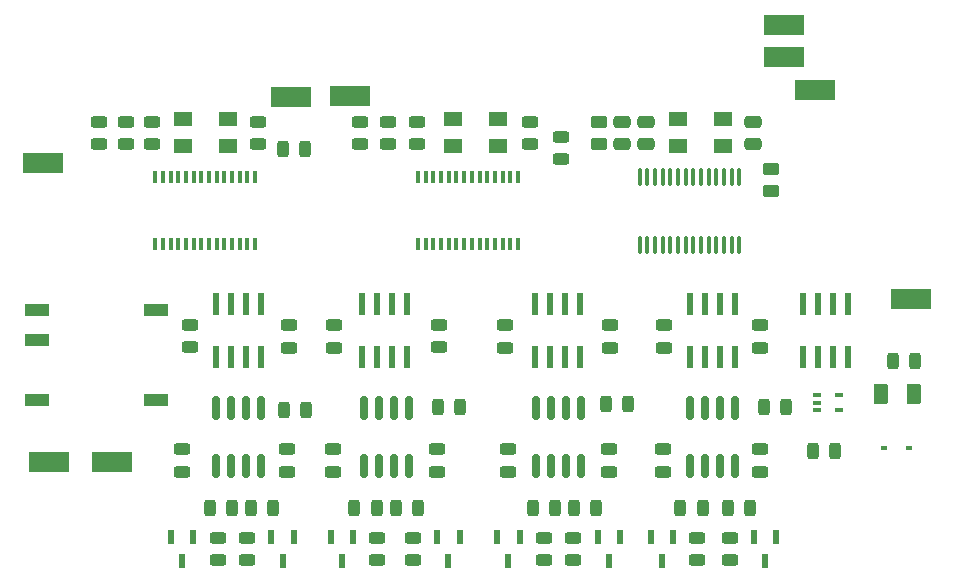
<source format=gtp>
%TF.GenerationSoftware,KiCad,Pcbnew,5.99.0-unknown-47cb7f53fd~143~ubuntu20.04.1*%
%TF.CreationDate,2021-11-23T21:15:48-08:00*%
%TF.ProjectId,acorn-serial,61636f72-6e2d-4736-9572-69616c2e6b69,rev?*%
%TF.SameCoordinates,Original*%
%TF.FileFunction,Paste,Top*%
%TF.FilePolarity,Positive*%
%FSLAX46Y46*%
G04 Gerber Fmt 4.6, Leading zero omitted, Abs format (unit mm)*
G04 Created by KiCad (PCBNEW 5.99.0-unknown-47cb7f53fd~143~ubuntu20.04.1) date 2021-11-23 21:15:48*
%MOMM*%
%LPD*%
G01*
G04 APERTURE LIST*
G04 Aperture macros list*
%AMRoundRect*
0 Rectangle with rounded corners*
0 $1 Rounding radius*
0 $2 $3 $4 $5 $6 $7 $8 $9 X,Y pos of 4 corners*
0 Add a 4 corners polygon primitive as box body*
4,1,4,$2,$3,$4,$5,$6,$7,$8,$9,$2,$3,0*
0 Add four circle primitives for the rounded corners*
1,1,$1+$1,$2,$3*
1,1,$1+$1,$4,$5*
1,1,$1+$1,$6,$7*
1,1,$1+$1,$8,$9*
0 Add four rect primitives between the rounded corners*
20,1,$1+$1,$2,$3,$4,$5,0*
20,1,$1+$1,$4,$5,$6,$7,0*
20,1,$1+$1,$6,$7,$8,$9,0*
20,1,$1+$1,$8,$9,$2,$3,0*%
G04 Aperture macros list end*
%ADD10RoundRect,0.243750X-0.243750X-0.456250X0.243750X-0.456250X0.243750X0.456250X-0.243750X0.456250X0*%
%ADD11RoundRect,0.243750X0.456250X-0.243750X0.456250X0.243750X-0.456250X0.243750X-0.456250X-0.243750X0*%
%ADD12RoundRect,0.243750X-0.456250X0.243750X-0.456250X-0.243750X0.456250X-0.243750X0.456250X0.243750X0*%
%ADD13RoundRect,0.243750X0.243750X0.456250X-0.243750X0.456250X-0.243750X-0.456250X0.243750X-0.456250X0*%
%ADD14R,3.400000X1.800000*%
%ADD15R,0.584200X1.981200*%
%ADD16R,0.600000X1.300000*%
%ADD17RoundRect,0.150000X-0.150000X0.825000X-0.150000X-0.825000X0.150000X-0.825000X0.150000X0.825000X0*%
%ADD18R,1.600000X1.300000*%
%ADD19R,0.600000X0.450000*%
%ADD20R,0.400000X1.100000*%
%ADD21RoundRect,0.250000X0.375000X0.625000X-0.375000X0.625000X-0.375000X-0.625000X0.375000X-0.625000X0*%
%ADD22RoundRect,0.100000X-0.225000X-0.100000X0.225000X-0.100000X0.225000X0.100000X-0.225000X0.100000X0*%
%ADD23RoundRect,0.100000X-0.100000X0.637500X-0.100000X-0.637500X0.100000X-0.637500X0.100000X0.637500X0*%
%ADD24RoundRect,0.250000X-0.450000X0.262500X-0.450000X-0.262500X0.450000X-0.262500X0.450000X0.262500X0*%
%ADD25RoundRect,0.250000X0.450000X-0.262500X0.450000X0.262500X-0.450000X0.262500X-0.450000X-0.262500X0*%
%ADD26R,2.100000X1.000000*%
%ADD27RoundRect,0.250000X0.475000X-0.250000X0.475000X0.250000X-0.475000X0.250000X-0.475000X-0.250000X0*%
%ADD28RoundRect,0.250000X-0.475000X0.250000X-0.475000X-0.250000X0.475000X-0.250000X0.475000X0.250000X0*%
G04 APERTURE END LIST*
D10*
X175962500Y-97350000D03*
X177837500Y-97350000D03*
D11*
X128053000Y-106577500D03*
X128053000Y-104702500D03*
D10*
X171800500Y-93640000D03*
X173675500Y-93640000D03*
D12*
X117800000Y-69462500D03*
X117800000Y-71337500D03*
D13*
X133037500Y-93850000D03*
X131162500Y-93850000D03*
D14*
X173500000Y-64000000D03*
X136800000Y-67300000D03*
X184250000Y-84500000D03*
D15*
X141623000Y-84930200D03*
X140353000Y-84930200D03*
X139083000Y-84930200D03*
X137813000Y-84930200D03*
X137813000Y-89349800D03*
X139083000Y-89349800D03*
X140353000Y-89349800D03*
X141623000Y-89349800D03*
D13*
X146062500Y-93640000D03*
X144187500Y-93640000D03*
D14*
X176100000Y-66750000D03*
D11*
X131463000Y-99077500D03*
X131463000Y-97202500D03*
D16*
X164118000Y-104590000D03*
X162218000Y-104590000D03*
X163168000Y-106690000D03*
D17*
X156333000Y-93665000D03*
X155063000Y-93665000D03*
X153793000Y-93665000D03*
X152523000Y-93665000D03*
X152523000Y-98615000D03*
X153793000Y-98615000D03*
X155063000Y-98615000D03*
X156333000Y-98615000D03*
D18*
X122600000Y-71550000D03*
X126400000Y-71550000D03*
X126400000Y-69250000D03*
X122600000Y-69250000D03*
D16*
X123503000Y-104590000D03*
X121603000Y-104590000D03*
X122553000Y-106690000D03*
D12*
X150178000Y-97202500D03*
X150178000Y-99077500D03*
D13*
X184587500Y-89700000D03*
X182712500Y-89700000D03*
D11*
X125553000Y-106577500D03*
X125553000Y-104702500D03*
X155678000Y-106577500D03*
X155678000Y-104702500D03*
X153178000Y-106577500D03*
X153178000Y-104702500D03*
D16*
X146038000Y-104590000D03*
X144138000Y-104590000D03*
X145088000Y-106690000D03*
X151128000Y-104590000D03*
X149228000Y-104590000D03*
X150178000Y-106690000D03*
D11*
X154600000Y-72637500D03*
X154600000Y-70762500D03*
D10*
X140630500Y-102140000D03*
X142505500Y-102140000D03*
D14*
X110750000Y-72928000D03*
D10*
X152240500Y-102140000D03*
X154115500Y-102140000D03*
D11*
X171450000Y-88577500D03*
X171450000Y-86702500D03*
D16*
X159628000Y-104590000D03*
X157728000Y-104590000D03*
X158678000Y-106690000D03*
D19*
X184050000Y-97100000D03*
X181950000Y-97100000D03*
D11*
X135382000Y-88577500D03*
X135382000Y-86702500D03*
D16*
X137038000Y-104590000D03*
X135138000Y-104590000D03*
X136088000Y-106690000D03*
D11*
X144272000Y-88567500D03*
X144272000Y-86692500D03*
X152000000Y-71337500D03*
X152000000Y-69462500D03*
X142088000Y-106577500D03*
X142088000Y-104702500D03*
X144163000Y-99077500D03*
X144163000Y-97202500D03*
D12*
X115500000Y-69462500D03*
X115500000Y-71337500D03*
D11*
X120000000Y-71337500D03*
X120000000Y-69462500D03*
D10*
X124865500Y-102140000D03*
X126740500Y-102140000D03*
X168730500Y-102140000D03*
X170605500Y-102140000D03*
D20*
X128725000Y-74150000D03*
X128075000Y-74150000D03*
X127425000Y-74150000D03*
X126775000Y-74150000D03*
X126125000Y-74150000D03*
X125475000Y-74150000D03*
X124825000Y-74150000D03*
X124175000Y-74150000D03*
X123525000Y-74150000D03*
X122875000Y-74150000D03*
X122225000Y-74150000D03*
X121575000Y-74150000D03*
X120925000Y-74150000D03*
X120275000Y-74150000D03*
X120275000Y-79850000D03*
X120925000Y-79850000D03*
X121575000Y-79850000D03*
X122225000Y-79850000D03*
X122875000Y-79850000D03*
X123525000Y-79850000D03*
X124175000Y-79850000D03*
X124825000Y-79850000D03*
X125475000Y-79850000D03*
X126125000Y-79850000D03*
X126775000Y-79850000D03*
X127425000Y-79850000D03*
X128075000Y-79850000D03*
X128725000Y-79850000D03*
D15*
X169323000Y-84930200D03*
X168053000Y-84930200D03*
X166783000Y-84930200D03*
X165513000Y-84930200D03*
X165513000Y-89349800D03*
X166783000Y-89349800D03*
X168053000Y-89349800D03*
X169323000Y-89349800D03*
D10*
X158412500Y-93350000D03*
X160287500Y-93350000D03*
X137130500Y-102140000D03*
X139005500Y-102140000D03*
D15*
X178961000Y-84930200D03*
X177691000Y-84930200D03*
X176421000Y-84930200D03*
X175151000Y-84930200D03*
X175151000Y-89349800D03*
X176421000Y-89349800D03*
X177691000Y-89349800D03*
X178961000Y-89349800D03*
D12*
X137600000Y-69462500D03*
X137600000Y-71337500D03*
D17*
X129208000Y-93665000D03*
X127938000Y-93665000D03*
X126668000Y-93665000D03*
X125398000Y-93665000D03*
X125398000Y-98615000D03*
X126668000Y-98615000D03*
X127938000Y-98615000D03*
X129208000Y-98615000D03*
D16*
X132003000Y-104590000D03*
X130103000Y-104590000D03*
X131053000Y-106690000D03*
D15*
X156263000Y-84930200D03*
X154993000Y-84930200D03*
X153723000Y-84930200D03*
X152453000Y-84930200D03*
X152453000Y-89349800D03*
X153723000Y-89349800D03*
X154993000Y-89349800D03*
X156263000Y-89349800D03*
D11*
X142396000Y-71337500D03*
X142396000Y-69462500D03*
D10*
X155740500Y-102140000D03*
X157615500Y-102140000D03*
D11*
X129000000Y-71337500D03*
X129000000Y-69462500D03*
D10*
X164730500Y-102140000D03*
X166605500Y-102140000D03*
X128365500Y-102140000D03*
X130240500Y-102140000D03*
D18*
X145522000Y-71550000D03*
X149322000Y-71550000D03*
X149322000Y-69250000D03*
X145522000Y-69250000D03*
D12*
X122573000Y-97202500D03*
X122573000Y-99077500D03*
D11*
X158750000Y-88577500D03*
X158750000Y-86702500D03*
D10*
X131046500Y-71752000D03*
X132921500Y-71752000D03*
D12*
X163268000Y-97202500D03*
X163268000Y-99077500D03*
D11*
X149860000Y-88577500D03*
X149860000Y-86702500D03*
D12*
X140000000Y-69462500D03*
X140000000Y-71337500D03*
D21*
X184500000Y-92500000D03*
X181700000Y-92500000D03*
D15*
X129208000Y-84930200D03*
X127938000Y-84930200D03*
X126668000Y-84930200D03*
X125398000Y-84930200D03*
X125398000Y-89349800D03*
X126668000Y-89349800D03*
X127938000Y-89349800D03*
X129208000Y-89349800D03*
D20*
X150975000Y-74150000D03*
X150325000Y-74150000D03*
X149675000Y-74150000D03*
X149025000Y-74150000D03*
X148375000Y-74150000D03*
X147725000Y-74150000D03*
X147075000Y-74150000D03*
X146425000Y-74150000D03*
X145775000Y-74150000D03*
X145125000Y-74150000D03*
X144475000Y-74150000D03*
X143825000Y-74150000D03*
X143175000Y-74150000D03*
X142525000Y-74150000D03*
X142525000Y-79850000D03*
X143175000Y-79850000D03*
X143825000Y-79850000D03*
X144475000Y-79850000D03*
X145125000Y-79850000D03*
X145775000Y-79850000D03*
X146425000Y-79850000D03*
X147075000Y-79850000D03*
X147725000Y-79850000D03*
X148375000Y-79850000D03*
X149025000Y-79850000D03*
X149675000Y-79850000D03*
X150325000Y-79850000D03*
X150975000Y-79850000D03*
D16*
X172868000Y-104590000D03*
X170968000Y-104590000D03*
X171918000Y-106690000D03*
D14*
X131800000Y-67400000D03*
D11*
X131572000Y-88577500D03*
X131572000Y-86702500D03*
X171468000Y-99077500D03*
X171468000Y-97202500D03*
D14*
X173500000Y-61250000D03*
D11*
X166168000Y-106577500D03*
X166168000Y-104702500D03*
X168918000Y-106577500D03*
X168918000Y-104702500D03*
X123190000Y-88567500D03*
X123190000Y-86692500D03*
D12*
X135318000Y-97202500D03*
X135318000Y-99077500D03*
D17*
X141723000Y-93665000D03*
X140453000Y-93665000D03*
X139183000Y-93665000D03*
X137913000Y-93665000D03*
X137913000Y-98615000D03*
X139183000Y-98615000D03*
X140453000Y-98615000D03*
X141723000Y-98615000D03*
D11*
X158678000Y-99077500D03*
X158678000Y-97202500D03*
X163322000Y-88577500D03*
X163322000Y-86702500D03*
D17*
X169323000Y-93665000D03*
X168053000Y-93665000D03*
X166783000Y-93665000D03*
X165513000Y-93665000D03*
X165513000Y-98615000D03*
X166783000Y-98615000D03*
X168053000Y-98615000D03*
X169323000Y-98615000D03*
D11*
X139088000Y-106577500D03*
X139088000Y-104702500D03*
D22*
X176300000Y-92600000D03*
X176300000Y-93250000D03*
X176300000Y-93900000D03*
X178200000Y-93900000D03*
X178200000Y-92600000D03*
D23*
X169725000Y-74137500D03*
X169075000Y-74137500D03*
X168425000Y-74137500D03*
X167775000Y-74137500D03*
X167125000Y-74137500D03*
X166475000Y-74137500D03*
X165825000Y-74137500D03*
X165175000Y-74137500D03*
X164525000Y-74137500D03*
X163875000Y-74137500D03*
X163225000Y-74137500D03*
X162575000Y-74137500D03*
X161925000Y-74137500D03*
X161275000Y-74137500D03*
X161275000Y-79862500D03*
X161925000Y-79862500D03*
X162575000Y-79862500D03*
X163225000Y-79862500D03*
X163875000Y-79862500D03*
X164525000Y-79862500D03*
X165175000Y-79862500D03*
X165825000Y-79862500D03*
X166475000Y-79862500D03*
X167125000Y-79862500D03*
X167775000Y-79862500D03*
X168425000Y-79862500D03*
X169075000Y-79862500D03*
X169725000Y-79862500D03*
D14*
X116586000Y-98312000D03*
D24*
X157800000Y-69487500D03*
X157800000Y-71312500D03*
D25*
X172400000Y-75312500D03*
X172400000Y-73487500D03*
D26*
X110250000Y-85440000D03*
X110250000Y-87980000D03*
X110250000Y-93060000D03*
X120350000Y-93060000D03*
X120350000Y-85440000D03*
D14*
X111236000Y-98312000D03*
D27*
X161850000Y-71350000D03*
X161850000Y-69450000D03*
X170900000Y-71350000D03*
X170900000Y-69450000D03*
D28*
X159800000Y-69450000D03*
X159800000Y-71350000D03*
D18*
X164500000Y-71550000D03*
X168300000Y-71550000D03*
X168300000Y-69250000D03*
X164500000Y-69250000D03*
M02*

</source>
